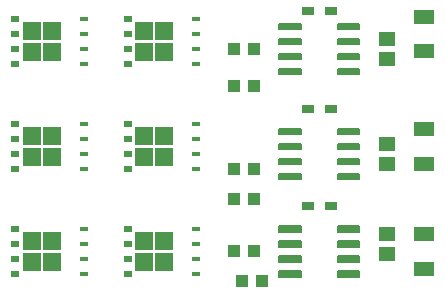
<source format=gbr>
G04 EAGLE Gerber RS-274X export*
G75*
%MOMM*%
%FSLAX34Y34*%
%LPD*%
%INSolderpaste Bottom*%
%IPPOS*%
%AMOC8*
5,1,8,0,0,1.08239X$1,22.5*%
G01*
%ADD10R,1.465300X1.164600*%
%ADD11R,1.815300X1.164600*%
%ADD12R,1.000000X0.800000*%
%ADD13R,1.000000X1.100000*%
%ADD14R,0.750000X0.500000*%
%ADD15R,0.750000X0.400000*%
%ADD16R,1.500000X1.500000*%
%ADD17C,0.150000*%


D10*
X387350Y796154D03*
X387350Y778646D03*
X387350Y872354D03*
X387350Y854846D03*
D11*
X419100Y884704D03*
X419100Y855196D03*
X419100Y979954D03*
X419100Y950446D03*
X419100Y795804D03*
X419100Y766296D03*
D10*
X387350Y961254D03*
X387350Y943746D03*
D12*
X340200Y901700D03*
X320200Y901700D03*
X340200Y984250D03*
X320200Y984250D03*
X340200Y819150D03*
X320200Y819150D03*
D13*
X275200Y952500D03*
X258200Y952500D03*
X275200Y920750D03*
X258200Y920750D03*
X275200Y850900D03*
X258200Y850900D03*
X275200Y825500D03*
X258200Y825500D03*
X275200Y781050D03*
X258200Y781050D03*
X281550Y755650D03*
X264550Y755650D03*
D14*
X72550Y850900D03*
X72550Y863600D03*
X72550Y876300D03*
X72550Y889000D03*
D15*
X130600Y889000D03*
X130600Y876300D03*
X130600Y850900D03*
X130600Y863600D03*
D16*
X86600Y878450D03*
X86600Y861450D03*
X103600Y861450D03*
X103600Y878450D03*
D17*
X345850Y802350D02*
X364050Y802350D01*
X364050Y797850D01*
X345850Y797850D01*
X345850Y802350D01*
X345850Y799275D02*
X364050Y799275D01*
X364050Y800700D02*
X345850Y800700D01*
X345850Y802125D02*
X364050Y802125D01*
X364050Y789650D02*
X345850Y789650D01*
X364050Y789650D02*
X364050Y785150D01*
X345850Y785150D01*
X345850Y789650D01*
X345850Y786575D02*
X364050Y786575D01*
X364050Y788000D02*
X345850Y788000D01*
X345850Y789425D02*
X364050Y789425D01*
X364050Y776950D02*
X345850Y776950D01*
X364050Y776950D02*
X364050Y772450D01*
X345850Y772450D01*
X345850Y776950D01*
X345850Y773875D02*
X364050Y773875D01*
X364050Y775300D02*
X345850Y775300D01*
X345850Y776725D02*
X364050Y776725D01*
X364050Y764250D02*
X345850Y764250D01*
X364050Y764250D02*
X364050Y759750D01*
X345850Y759750D01*
X345850Y764250D01*
X345850Y761175D02*
X364050Y761175D01*
X364050Y762600D02*
X345850Y762600D01*
X345850Y764025D02*
X364050Y764025D01*
X314550Y764250D02*
X296350Y764250D01*
X314550Y764250D02*
X314550Y759750D01*
X296350Y759750D01*
X296350Y764250D01*
X296350Y761175D02*
X314550Y761175D01*
X314550Y762600D02*
X296350Y762600D01*
X296350Y764025D02*
X314550Y764025D01*
X314550Y776950D02*
X296350Y776950D01*
X314550Y776950D02*
X314550Y772450D01*
X296350Y772450D01*
X296350Y776950D01*
X296350Y773875D02*
X314550Y773875D01*
X314550Y775300D02*
X296350Y775300D01*
X296350Y776725D02*
X314550Y776725D01*
X314550Y789650D02*
X296350Y789650D01*
X314550Y789650D02*
X314550Y785150D01*
X296350Y785150D01*
X296350Y789650D01*
X296350Y786575D02*
X314550Y786575D01*
X314550Y788000D02*
X296350Y788000D01*
X296350Y789425D02*
X314550Y789425D01*
X314550Y802350D02*
X296350Y802350D01*
X314550Y802350D02*
X314550Y797850D01*
X296350Y797850D01*
X296350Y802350D01*
X296350Y799275D02*
X314550Y799275D01*
X314550Y800700D02*
X296350Y800700D01*
X296350Y802125D02*
X314550Y802125D01*
D14*
X167800Y850900D03*
X167800Y863600D03*
X167800Y876300D03*
X167800Y889000D03*
D15*
X225850Y889000D03*
X225850Y876300D03*
X225850Y850900D03*
X225850Y863600D03*
D16*
X181850Y878450D03*
X181850Y861450D03*
X198850Y861450D03*
X198850Y878450D03*
D14*
X72550Y939800D03*
X72550Y952500D03*
X72550Y965200D03*
X72550Y977900D03*
D15*
X130600Y977900D03*
X130600Y965200D03*
X130600Y939800D03*
X130600Y952500D03*
D16*
X86600Y967350D03*
X86600Y950350D03*
X103600Y950350D03*
X103600Y967350D03*
D14*
X167800Y939800D03*
X167800Y952500D03*
X167800Y965200D03*
X167800Y977900D03*
D15*
X225850Y977900D03*
X225850Y965200D03*
X225850Y939800D03*
X225850Y952500D03*
D16*
X181850Y967350D03*
X181850Y950350D03*
X198850Y950350D03*
X198850Y967350D03*
D17*
X345850Y973800D02*
X364050Y973800D01*
X364050Y969300D01*
X345850Y969300D01*
X345850Y973800D01*
X345850Y970725D02*
X364050Y970725D01*
X364050Y972150D02*
X345850Y972150D01*
X345850Y973575D02*
X364050Y973575D01*
X364050Y961100D02*
X345850Y961100D01*
X364050Y961100D02*
X364050Y956600D01*
X345850Y956600D01*
X345850Y961100D01*
X345850Y958025D02*
X364050Y958025D01*
X364050Y959450D02*
X345850Y959450D01*
X345850Y960875D02*
X364050Y960875D01*
X364050Y948400D02*
X345850Y948400D01*
X364050Y948400D02*
X364050Y943900D01*
X345850Y943900D01*
X345850Y948400D01*
X345850Y945325D02*
X364050Y945325D01*
X364050Y946750D02*
X345850Y946750D01*
X345850Y948175D02*
X364050Y948175D01*
X364050Y935700D02*
X345850Y935700D01*
X364050Y935700D02*
X364050Y931200D01*
X345850Y931200D01*
X345850Y935700D01*
X345850Y932625D02*
X364050Y932625D01*
X364050Y934050D02*
X345850Y934050D01*
X345850Y935475D02*
X364050Y935475D01*
X314550Y935700D02*
X296350Y935700D01*
X314550Y935700D02*
X314550Y931200D01*
X296350Y931200D01*
X296350Y935700D01*
X296350Y932625D02*
X314550Y932625D01*
X314550Y934050D02*
X296350Y934050D01*
X296350Y935475D02*
X314550Y935475D01*
X314550Y948400D02*
X296350Y948400D01*
X314550Y948400D02*
X314550Y943900D01*
X296350Y943900D01*
X296350Y948400D01*
X296350Y945325D02*
X314550Y945325D01*
X314550Y946750D02*
X296350Y946750D01*
X296350Y948175D02*
X314550Y948175D01*
X314550Y961100D02*
X296350Y961100D01*
X314550Y961100D02*
X314550Y956600D01*
X296350Y956600D01*
X296350Y961100D01*
X296350Y958025D02*
X314550Y958025D01*
X314550Y959450D02*
X296350Y959450D01*
X296350Y960875D02*
X314550Y960875D01*
X314550Y973800D02*
X296350Y973800D01*
X314550Y973800D02*
X314550Y969300D01*
X296350Y969300D01*
X296350Y973800D01*
X296350Y970725D02*
X314550Y970725D01*
X314550Y972150D02*
X296350Y972150D01*
X296350Y973575D02*
X314550Y973575D01*
D14*
X72550Y762000D03*
X72550Y774700D03*
X72550Y787400D03*
X72550Y800100D03*
D15*
X130600Y800100D03*
X130600Y787400D03*
X130600Y762000D03*
X130600Y774700D03*
D16*
X86600Y789550D03*
X86600Y772550D03*
X103600Y772550D03*
X103600Y789550D03*
D17*
X345850Y884900D02*
X364050Y884900D01*
X364050Y880400D01*
X345850Y880400D01*
X345850Y884900D01*
X345850Y881825D02*
X364050Y881825D01*
X364050Y883250D02*
X345850Y883250D01*
X345850Y884675D02*
X364050Y884675D01*
X364050Y872200D02*
X345850Y872200D01*
X364050Y872200D02*
X364050Y867700D01*
X345850Y867700D01*
X345850Y872200D01*
X345850Y869125D02*
X364050Y869125D01*
X364050Y870550D02*
X345850Y870550D01*
X345850Y871975D02*
X364050Y871975D01*
X364050Y859500D02*
X345850Y859500D01*
X364050Y859500D02*
X364050Y855000D01*
X345850Y855000D01*
X345850Y859500D01*
X345850Y856425D02*
X364050Y856425D01*
X364050Y857850D02*
X345850Y857850D01*
X345850Y859275D02*
X364050Y859275D01*
X364050Y846800D02*
X345850Y846800D01*
X364050Y846800D02*
X364050Y842300D01*
X345850Y842300D01*
X345850Y846800D01*
X345850Y843725D02*
X364050Y843725D01*
X364050Y845150D02*
X345850Y845150D01*
X345850Y846575D02*
X364050Y846575D01*
X314550Y846800D02*
X296350Y846800D01*
X314550Y846800D02*
X314550Y842300D01*
X296350Y842300D01*
X296350Y846800D01*
X296350Y843725D02*
X314550Y843725D01*
X314550Y845150D02*
X296350Y845150D01*
X296350Y846575D02*
X314550Y846575D01*
X314550Y859500D02*
X296350Y859500D01*
X314550Y859500D02*
X314550Y855000D01*
X296350Y855000D01*
X296350Y859500D01*
X296350Y856425D02*
X314550Y856425D01*
X314550Y857850D02*
X296350Y857850D01*
X296350Y859275D02*
X314550Y859275D01*
X314550Y872200D02*
X296350Y872200D01*
X314550Y872200D02*
X314550Y867700D01*
X296350Y867700D01*
X296350Y872200D01*
X296350Y869125D02*
X314550Y869125D01*
X314550Y870550D02*
X296350Y870550D01*
X296350Y871975D02*
X314550Y871975D01*
X314550Y884900D02*
X296350Y884900D01*
X314550Y884900D02*
X314550Y880400D01*
X296350Y880400D01*
X296350Y884900D01*
X296350Y881825D02*
X314550Y881825D01*
X314550Y883250D02*
X296350Y883250D01*
X296350Y884675D02*
X314550Y884675D01*
D14*
X167800Y762000D03*
X167800Y774700D03*
X167800Y787400D03*
X167800Y800100D03*
D15*
X225850Y800100D03*
X225850Y787400D03*
X225850Y762000D03*
X225850Y774700D03*
D16*
X181850Y789550D03*
X181850Y772550D03*
X198850Y772550D03*
X198850Y789550D03*
M02*

</source>
